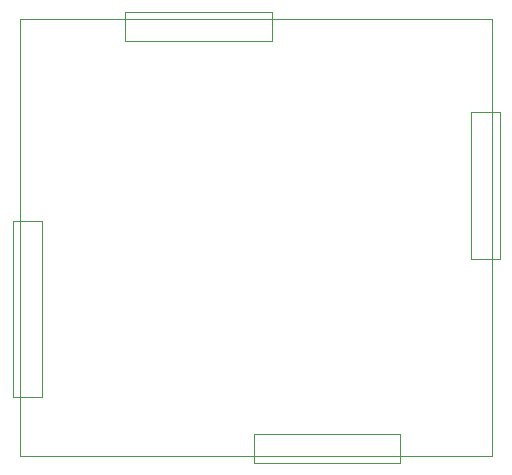
<source format=gbr>
G04 #@! TF.GenerationSoftware,KiCad,Pcbnew,9.0.0*
G04 #@! TF.CreationDate,2025-09-02T11:52:27+03:00*
G04 #@! TF.ProjectId,GSM_Adapter_Board_V1.0,47534d5f-4164-4617-9074-65725f426f61,rev?*
G04 #@! TF.SameCoordinates,Original*
G04 #@! TF.FileFunction,Other,User*
%FSLAX46Y46*%
G04 Gerber Fmt 4.6, Leading zero omitted, Abs format (unit mm)*
G04 Created by KiCad (PCBNEW 9.0.0) date 2025-09-02 11:52:27*
%MOMM*%
%LPD*%
G01*
G04 APERTURE LIST*
%ADD10C,0.050000*%
G04 APERTURE END LIST*
D10*
X129715000Y-116475000D02*
X129715000Y-114000000D01*
X129715000Y-116475000D02*
X142115000Y-116474746D01*
X142115000Y-113999746D02*
X129715000Y-114000000D01*
X142115000Y-116474746D02*
X142115000Y-113999746D01*
X118855000Y-78225254D02*
X118855000Y-80700254D01*
X118855000Y-80700254D02*
X131255000Y-80700000D01*
X131255000Y-78225000D02*
X118855000Y-78225254D01*
X131255000Y-78225000D02*
X131255000Y-80700000D01*
X109295254Y-110845000D02*
X111770254Y-110845000D01*
X109300000Y-95990000D02*
X109295254Y-110845000D01*
X109300000Y-95990000D02*
X111775000Y-95990000D01*
X111770254Y-110845000D02*
X111775000Y-95990000D01*
X109890000Y-78820000D02*
X149890000Y-78820000D01*
X109890000Y-115820000D02*
X109890000Y-78820000D01*
X149890000Y-78820000D02*
X149890000Y-115820000D01*
X149890000Y-115820000D02*
X109890000Y-115820000D01*
X148079746Y-86765000D02*
X148080000Y-99165000D01*
X150554746Y-86765000D02*
X148079746Y-86765000D01*
X150555000Y-99165000D02*
X148080000Y-99165000D01*
X150555000Y-99165000D02*
X150554746Y-86765000D01*
M02*

</source>
